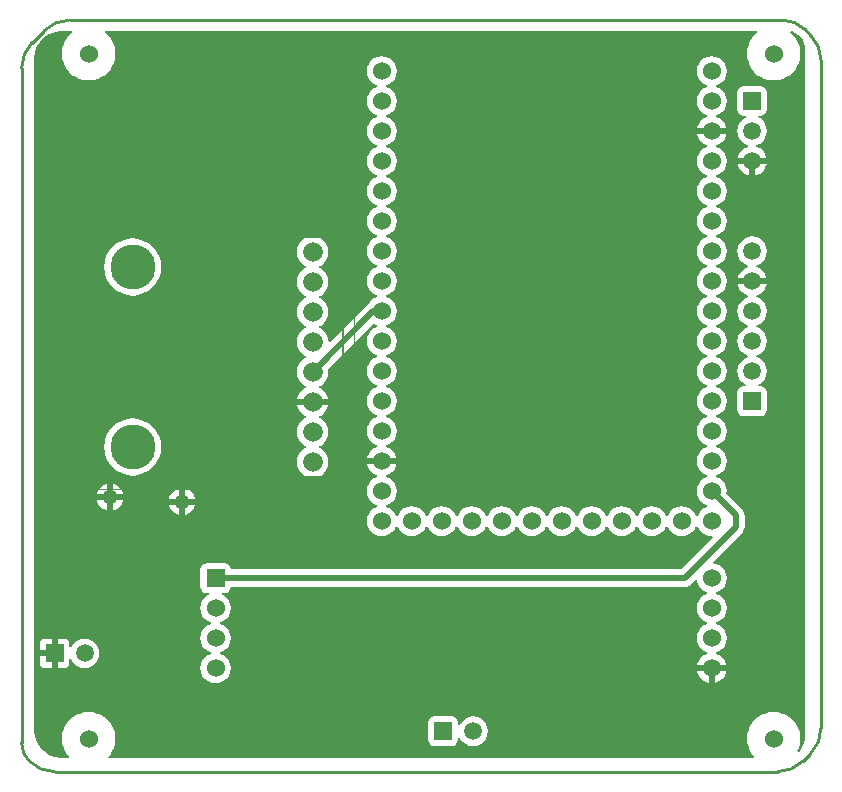
<source format=gbl>
G04 Layer_Physical_Order=2*
G04 Layer_Color=16711680*
%FSLAX25Y25*%
%MOIN*%
G70*
G01*
G75*
%ADD10C,0.01968*%
%ADD14C,0.01000*%
%ADD15C,0.00787*%
%ADD16C,0.00394*%
%ADD17C,0.06000*%
%ADD18R,0.05905X0.05905*%
%ADD19C,0.05905*%
%ADD20R,0.05905X0.05905*%
%ADD21C,0.15000*%
%ADD22C,0.06555*%
%ADD23R,0.06000X0.06000*%
%ADD24C,0.05000*%
G36*
X419909Y361500D02*
X419028Y360778D01*
X418903Y360625D01*
X418750Y360499D01*
X417889Y359450D01*
X417796Y359276D01*
X417670Y359123D01*
X417031Y357926D01*
X416973Y357737D01*
X416880Y357563D01*
X416486Y356264D01*
X416467Y356067D01*
X416409Y355878D01*
X416276Y354527D01*
X416296Y354331D01*
X416276Y354134D01*
X416409Y352783D01*
X416467Y352594D01*
X416486Y352397D01*
X416880Y351099D01*
X416973Y350924D01*
X417031Y350735D01*
X417670Y349538D01*
X417796Y349385D01*
X417889Y349211D01*
X418750Y348162D01*
X418903Y348037D01*
X419028Y347884D01*
X420077Y347023D01*
X420252Y346930D01*
X420404Y346804D01*
X421601Y346164D01*
X421791Y346107D01*
X421965Y346014D01*
X423264Y345620D01*
X423460Y345601D01*
X423650Y345543D01*
X425000Y345410D01*
X425099Y345420D01*
X425197Y345401D01*
X425294Y345420D01*
X425394Y345410D01*
X426744Y345543D01*
X426933Y345601D01*
X427130Y345620D01*
X428429Y346014D01*
X428603Y346107D01*
X428792Y346164D01*
X429989Y346804D01*
X430142Y346930D01*
X430316Y347023D01*
X431365Y347884D01*
X431491Y348037D01*
X431644Y348162D01*
X432505Y349211D01*
X432598Y349385D01*
X432723Y349538D01*
X433363Y350735D01*
X433420Y350924D01*
X433514Y351099D01*
X433908Y352397D01*
X433927Y352594D01*
X433984Y352783D01*
X434117Y354134D01*
X434098Y354331D01*
X434117Y354527D01*
X433984Y355878D01*
X433927Y356067D01*
X433908Y356264D01*
X433514Y357563D01*
X433420Y357737D01*
X433363Y357926D01*
X432723Y359123D01*
X432598Y359276D01*
X432505Y359450D01*
X431644Y360499D01*
X431491Y360625D01*
X431365Y360778D01*
X430627Y361384D01*
X430848Y361849D01*
X431250Y361769D01*
X432342Y361317D01*
X433325Y360661D01*
X434161Y359825D01*
X434817Y358842D01*
X435269Y357750D01*
X435500Y356591D01*
Y356000D01*
Y126500D01*
Y125811D01*
X435231Y124458D01*
X434703Y123184D01*
X433937Y122038D01*
X433519Y121619D01*
X433113Y121920D01*
X433363Y122389D01*
X433420Y122578D01*
X433514Y122752D01*
X433908Y124051D01*
X433927Y124248D01*
X433984Y124437D01*
X434117Y125787D01*
X434098Y125984D01*
X434117Y126181D01*
X433984Y127532D01*
X433927Y127721D01*
X433908Y127918D01*
X433514Y129216D01*
X433420Y129391D01*
X433363Y129580D01*
X432723Y130777D01*
X432598Y130929D01*
X432505Y131104D01*
X431644Y132153D01*
X431491Y132278D01*
X431365Y132431D01*
X430316Y133292D01*
X430142Y133385D01*
X429989Y133511D01*
X428792Y134150D01*
X428603Y134208D01*
X428429Y134301D01*
X427130Y134695D01*
X426933Y134714D01*
X426744Y134772D01*
X425394Y134905D01*
X425294Y134895D01*
X425197Y134914D01*
X425099Y134895D01*
X425000Y134905D01*
X423650Y134772D01*
X423460Y134714D01*
X423264Y134695D01*
X421965Y134301D01*
X421791Y134208D01*
X421601Y134150D01*
X420404Y133511D01*
X420252Y133385D01*
X420077Y133292D01*
X419028Y132431D01*
X418903Y132278D01*
X418750Y132153D01*
X417889Y131104D01*
X417796Y130929D01*
X417670Y130777D01*
X417031Y129580D01*
X416973Y129391D01*
X416880Y129216D01*
X416486Y127918D01*
X416467Y127721D01*
X416409Y127532D01*
X416276Y126181D01*
X416296Y125984D01*
X416276Y125787D01*
X416409Y124437D01*
X416467Y124248D01*
X416486Y124051D01*
X416880Y122752D01*
X416973Y122578D01*
X417031Y122389D01*
X417670Y121192D01*
X417796Y121039D01*
X417889Y120865D01*
X418599Y120000D01*
X418362Y119500D01*
X203685D01*
X203449Y120000D01*
X204158Y120865D01*
X204251Y121039D01*
X204377Y121192D01*
X205017Y122389D01*
X205074Y122578D01*
X205167Y122752D01*
X205561Y124051D01*
X205580Y124248D01*
X205638Y124437D01*
X205771Y125787D01*
X205751Y125984D01*
X205771Y126181D01*
X205638Y127532D01*
X205580Y127721D01*
X205561Y127918D01*
X205167Y129216D01*
X205074Y129391D01*
X205017Y129580D01*
X204377Y130777D01*
X204251Y130929D01*
X204158Y131104D01*
X203297Y132153D01*
X203144Y132278D01*
X203019Y132431D01*
X201970Y133292D01*
X201796Y133385D01*
X201643Y133511D01*
X200446Y134150D01*
X200257Y134208D01*
X200082Y134301D01*
X198784Y134695D01*
X198587Y134714D01*
X198398Y134772D01*
X197047Y134905D01*
X196948Y134895D01*
X196850Y134914D01*
X196753Y134895D01*
X196654Y134905D01*
X195303Y134772D01*
X195114Y134714D01*
X194917Y134695D01*
X193618Y134301D01*
X193444Y134208D01*
X193255Y134150D01*
X192058Y133511D01*
X191905Y133385D01*
X191731Y133292D01*
X190682Y132431D01*
X190556Y132278D01*
X190403Y132153D01*
X189543Y131104D01*
X189449Y130929D01*
X189324Y130777D01*
X188684Y129580D01*
X188627Y129391D01*
X188534Y129216D01*
X188140Y127918D01*
X188120Y127721D01*
X188063Y127532D01*
X187930Y126181D01*
X187949Y125984D01*
X187930Y125787D01*
X188063Y124437D01*
X188120Y124248D01*
X188140Y124051D01*
X188534Y122752D01*
X188627Y122578D01*
X188684Y122389D01*
X189324Y121192D01*
X189449Y121039D01*
X189543Y120865D01*
X190252Y120000D01*
X190016Y119500D01*
X187515D01*
X185583Y119884D01*
X183763Y120638D01*
X182125Y121732D01*
X180733Y123125D01*
X179638Y124763D01*
X178884Y126583D01*
X178500Y128515D01*
Y129500D01*
Y352000D01*
Y352985D01*
X178884Y354917D01*
X179638Y356737D01*
X180733Y358375D01*
X182125Y359768D01*
X183763Y360862D01*
X185583Y361616D01*
X187515Y362000D01*
X191383D01*
X191562Y361500D01*
X190682Y360778D01*
X190556Y360625D01*
X190403Y360499D01*
X189543Y359450D01*
X189449Y359276D01*
X189324Y359123D01*
X188684Y357926D01*
X188627Y357737D01*
X188534Y357563D01*
X188140Y356264D01*
X188120Y356067D01*
X188063Y355878D01*
X187930Y354527D01*
X187949Y354331D01*
X187930Y354134D01*
X188063Y352783D01*
X188120Y352594D01*
X188140Y352397D01*
X188534Y351099D01*
X188627Y350924D01*
X188684Y350735D01*
X189324Y349538D01*
X189449Y349385D01*
X189543Y349211D01*
X190403Y348162D01*
X190556Y348037D01*
X190682Y347884D01*
X191731Y347023D01*
X191905Y346930D01*
X192058Y346804D01*
X193255Y346164D01*
X193444Y346107D01*
X193618Y346014D01*
X194917Y345620D01*
X195114Y345601D01*
X195303Y345543D01*
X196654Y345410D01*
X196753Y345420D01*
X196850Y345401D01*
X196948Y345420D01*
X197047Y345410D01*
X198398Y345543D01*
X198587Y345601D01*
X198784Y345620D01*
X200082Y346014D01*
X200257Y346107D01*
X200446Y346164D01*
X201643Y346804D01*
X201796Y346930D01*
X201970Y347023D01*
X203019Y347884D01*
X203144Y348037D01*
X203297Y348162D01*
X204158Y349211D01*
X204251Y349385D01*
X204377Y349538D01*
X205017Y350735D01*
X205074Y350924D01*
X205167Y351099D01*
X205561Y352397D01*
X205580Y352594D01*
X205638Y352783D01*
X205771Y354134D01*
X205751Y354331D01*
X205771Y354527D01*
X205638Y355878D01*
X205580Y356067D01*
X205561Y356264D01*
X205167Y357563D01*
X205074Y357737D01*
X205017Y357926D01*
X204377Y359123D01*
X204251Y359276D01*
X204158Y359450D01*
X203297Y360499D01*
X203144Y360625D01*
X203019Y360778D01*
X202139Y361500D01*
X202318Y362000D01*
X419730D01*
X419909Y361500D01*
D02*
G37*
%LPC*%
G36*
X232378Y204016D02*
X228984D01*
Y200623D01*
X229167Y200646D01*
X230254Y201097D01*
X231187Y201813D01*
X231903Y202747D01*
X232353Y203834D01*
X232378Y204016D01*
D02*
G37*
G36*
X227016D02*
X223622D01*
X223646Y203834D01*
X224097Y202747D01*
X224813Y201813D01*
X225746Y201097D01*
X226834Y200646D01*
X227016Y200623D01*
Y204016D01*
D02*
G37*
G36*
X409382Y327516D02*
X399618D01*
X399659Y327203D01*
X400160Y325994D01*
X400956Y324956D01*
X401994Y324160D01*
X402935Y323771D01*
Y323229D01*
X401994Y322840D01*
X400956Y322044D01*
X400160Y321006D01*
X399659Y319797D01*
X399489Y318500D01*
X399659Y317203D01*
X400160Y315994D01*
X400956Y314956D01*
X401994Y314160D01*
X402935Y313771D01*
Y313229D01*
X401994Y312840D01*
X400956Y312044D01*
X400160Y311006D01*
X399659Y309797D01*
X399489Y308500D01*
X399659Y307203D01*
X400160Y305994D01*
X400956Y304956D01*
X401994Y304160D01*
X402935Y303771D01*
Y303229D01*
X401994Y302840D01*
X400956Y302044D01*
X400160Y301006D01*
X399659Y299797D01*
X399489Y298500D01*
X399659Y297203D01*
X400160Y295994D01*
X400956Y294956D01*
X401994Y294160D01*
X402935Y293771D01*
Y293229D01*
X401994Y292840D01*
X400956Y292044D01*
X400160Y291006D01*
X399659Y289797D01*
X399489Y288500D01*
X399659Y287203D01*
X400160Y285994D01*
X400956Y284956D01*
X401994Y284160D01*
X402935Y283771D01*
Y283229D01*
X401994Y282840D01*
X400956Y282044D01*
X400160Y281006D01*
X399659Y279797D01*
X399489Y278500D01*
X399659Y277203D01*
X400160Y275994D01*
X400956Y274956D01*
X401994Y274160D01*
X402935Y273771D01*
Y273229D01*
X401994Y272840D01*
X400956Y272044D01*
X400160Y271006D01*
X399659Y269797D01*
X399489Y268500D01*
X399659Y267203D01*
X400160Y265994D01*
X400956Y264956D01*
X401994Y264160D01*
X402935Y263771D01*
Y263229D01*
X401994Y262840D01*
X400956Y262044D01*
X400160Y261006D01*
X399659Y259797D01*
X399489Y258500D01*
X399659Y257203D01*
X400160Y255994D01*
X400956Y254956D01*
X401994Y254160D01*
X402935Y253771D01*
Y253229D01*
X401994Y252840D01*
X400956Y252044D01*
X400160Y251006D01*
X399659Y249797D01*
X399489Y248500D01*
X399659Y247203D01*
X400160Y245994D01*
X400956Y244956D01*
X401994Y244160D01*
X402935Y243771D01*
Y243229D01*
X401994Y242840D01*
X400956Y242044D01*
X400160Y241006D01*
X399659Y239797D01*
X399489Y238500D01*
X399659Y237203D01*
X400160Y235994D01*
X400956Y234956D01*
X401994Y234160D01*
X402935Y233771D01*
Y233229D01*
X401994Y232840D01*
X400956Y232044D01*
X400160Y231006D01*
X399659Y229797D01*
X399489Y228500D01*
X399659Y227203D01*
X400160Y225994D01*
X400956Y224956D01*
X401994Y224160D01*
X402935Y223771D01*
Y223229D01*
X401994Y222840D01*
X400956Y222044D01*
X400160Y221006D01*
X399659Y219797D01*
X399489Y218500D01*
X399659Y217203D01*
X400160Y215994D01*
X400956Y214956D01*
X401994Y214160D01*
X402935Y213771D01*
Y213229D01*
X401994Y212840D01*
X400956Y212044D01*
X400160Y211006D01*
X399659Y209797D01*
X399489Y208500D01*
X399659Y207203D01*
X400160Y205994D01*
X400956Y204956D01*
X401994Y204160D01*
X402935Y203771D01*
Y203229D01*
X401994Y202840D01*
X400956Y202044D01*
X400160Y201006D01*
X399771Y200065D01*
X399229D01*
X398840Y201006D01*
X398044Y202044D01*
X397006Y202840D01*
X395797Y203341D01*
X394500Y203511D01*
X393203Y203341D01*
X391994Y202840D01*
X390956Y202044D01*
X390160Y201006D01*
X389771Y200065D01*
X389229D01*
X388840Y201006D01*
X388044Y202044D01*
X387006Y202840D01*
X385797Y203341D01*
X384500Y203511D01*
X383203Y203341D01*
X381994Y202840D01*
X380956Y202044D01*
X380160Y201006D01*
X379771Y200065D01*
X379229D01*
X378840Y201006D01*
X378044Y202044D01*
X377006Y202840D01*
X375797Y203341D01*
X374500Y203511D01*
X373203Y203341D01*
X371994Y202840D01*
X370956Y202044D01*
X370160Y201006D01*
X369771Y200065D01*
X369229D01*
X368840Y201006D01*
X368044Y202044D01*
X367006Y202840D01*
X365797Y203341D01*
X364500Y203511D01*
X363203Y203341D01*
X361994Y202840D01*
X360956Y202044D01*
X360160Y201006D01*
X359771Y200065D01*
X359229D01*
X358840Y201006D01*
X358044Y202044D01*
X357006Y202840D01*
X355797Y203341D01*
X354500Y203511D01*
X353203Y203341D01*
X351994Y202840D01*
X350956Y202044D01*
X350160Y201006D01*
X349771Y200065D01*
X349229D01*
X348840Y201006D01*
X348044Y202044D01*
X347006Y202840D01*
X345797Y203341D01*
X344500Y203511D01*
X343203Y203341D01*
X341994Y202840D01*
X340956Y202044D01*
X340160Y201006D01*
X339771Y200065D01*
X339229D01*
X338840Y201006D01*
X338044Y202044D01*
X337006Y202840D01*
X335797Y203341D01*
X334500Y203511D01*
X333203Y203341D01*
X331994Y202840D01*
X330956Y202044D01*
X330160Y201006D01*
X329771Y200065D01*
X329229D01*
X328840Y201006D01*
X328044Y202044D01*
X327006Y202840D01*
X325797Y203341D01*
X324500Y203511D01*
X323203Y203341D01*
X321994Y202840D01*
X320956Y202044D01*
X320160Y201006D01*
X319771Y200065D01*
X319229D01*
X318840Y201006D01*
X318044Y202044D01*
X317006Y202840D01*
X315797Y203341D01*
X314500Y203511D01*
X313203Y203341D01*
X311994Y202840D01*
X310956Y202044D01*
X310160Y201006D01*
X309771Y200065D01*
X309229D01*
X308840Y201006D01*
X308044Y202044D01*
X307006Y202840D01*
X305797Y203341D01*
X304500Y203511D01*
X303203Y203341D01*
X301994Y202840D01*
X300956Y202044D01*
X300160Y201006D01*
X299771Y200065D01*
X299229D01*
X298840Y201006D01*
X298044Y202044D01*
X297006Y202840D01*
X296065Y203229D01*
Y203771D01*
X297006Y204160D01*
X298044Y204956D01*
X298840Y205994D01*
X299341Y207203D01*
X299511Y208500D01*
X299341Y209797D01*
X298840Y211006D01*
X298044Y212044D01*
X297006Y212840D01*
X296065Y213229D01*
Y213771D01*
X297006Y214160D01*
X298044Y214956D01*
X298840Y215994D01*
X299341Y217203D01*
X299382Y217516D01*
X289618D01*
X289659Y217203D01*
X290160Y215994D01*
X290956Y214956D01*
X291994Y214160D01*
X292934Y213771D01*
Y213229D01*
X291994Y212840D01*
X290956Y212044D01*
X290160Y211006D01*
X289659Y209797D01*
X289489Y208500D01*
X289659Y207203D01*
X290160Y205994D01*
X290956Y204956D01*
X291994Y204160D01*
X292934Y203771D01*
Y203229D01*
X291994Y202840D01*
X290956Y202044D01*
X290160Y201006D01*
X289659Y199797D01*
X289489Y198500D01*
X289659Y197203D01*
X290160Y195994D01*
X290956Y194956D01*
X291994Y194160D01*
X293203Y193659D01*
X294500Y193489D01*
X295797Y193659D01*
X297006Y194160D01*
X298044Y194956D01*
X298840Y195994D01*
X299229Y196934D01*
X299771D01*
X300160Y195994D01*
X300956Y194956D01*
X301994Y194160D01*
X303203Y193659D01*
X304500Y193489D01*
X305797Y193659D01*
X307006Y194160D01*
X308044Y194956D01*
X308840Y195994D01*
X309229Y196934D01*
X309771D01*
X310160Y195994D01*
X310956Y194956D01*
X311994Y194160D01*
X313203Y193659D01*
X314500Y193489D01*
X315797Y193659D01*
X317006Y194160D01*
X318044Y194956D01*
X318840Y195994D01*
X319229Y196934D01*
X319771D01*
X320160Y195994D01*
X320956Y194956D01*
X321994Y194160D01*
X323203Y193659D01*
X324500Y193489D01*
X325797Y193659D01*
X327006Y194160D01*
X328044Y194956D01*
X328840Y195994D01*
X329229Y196934D01*
X329771D01*
X330160Y195994D01*
X330956Y194956D01*
X331994Y194160D01*
X333203Y193659D01*
X334500Y193489D01*
X335797Y193659D01*
X337006Y194160D01*
X338044Y194956D01*
X338840Y195994D01*
X339229Y196934D01*
X339771D01*
X340160Y195994D01*
X340956Y194956D01*
X341994Y194160D01*
X343203Y193659D01*
X344500Y193489D01*
X345797Y193659D01*
X347006Y194160D01*
X348044Y194956D01*
X348840Y195994D01*
X349229Y196934D01*
X349771D01*
X350160Y195994D01*
X350956Y194956D01*
X351994Y194160D01*
X353203Y193659D01*
X354500Y193489D01*
X355797Y193659D01*
X357006Y194160D01*
X358044Y194956D01*
X358840Y195994D01*
X359229Y196934D01*
X359771D01*
X360160Y195994D01*
X360956Y194956D01*
X361994Y194160D01*
X363203Y193659D01*
X364500Y193489D01*
X365797Y193659D01*
X367006Y194160D01*
X368044Y194956D01*
X368840Y195994D01*
X369229Y196934D01*
X369771D01*
X370160Y195994D01*
X370956Y194956D01*
X371994Y194160D01*
X373203Y193659D01*
X374500Y193489D01*
X375797Y193659D01*
X377006Y194160D01*
X378044Y194956D01*
X378840Y195994D01*
X379229Y196934D01*
X379771D01*
X380160Y195994D01*
X380956Y194956D01*
X381994Y194160D01*
X383203Y193659D01*
X384500Y193489D01*
X385797Y193659D01*
X387006Y194160D01*
X388044Y194956D01*
X388840Y195994D01*
X389229Y196934D01*
X389771D01*
X390160Y195994D01*
X390956Y194956D01*
X391994Y194160D01*
X393203Y193659D01*
X394500Y193489D01*
X395797Y193659D01*
X397006Y194160D01*
X398044Y194956D01*
X398840Y195994D01*
X399229Y196934D01*
X399771D01*
X400160Y195994D01*
X400956Y194956D01*
X401994Y194160D01*
X403203Y193659D01*
X404500Y193489D01*
X404623Y193505D01*
X404845Y193056D01*
X394266Y182478D01*
X244153D01*
Y182500D01*
X244000Y183268D01*
X243565Y183919D01*
X242914Y184354D01*
X242146Y184507D01*
X236146D01*
X235378Y184354D01*
X234727Y183919D01*
X234291Y183268D01*
X234139Y182500D01*
Y176500D01*
X234291Y175732D01*
X234727Y175081D01*
X235378Y174646D01*
X236146Y174493D01*
X236910D01*
X237009Y173993D01*
X236640Y173840D01*
X235602Y173044D01*
X234806Y172006D01*
X234305Y170797D01*
X234134Y169500D01*
X234305Y168203D01*
X234806Y166994D01*
X235602Y165956D01*
X236640Y165160D01*
X237580Y164771D01*
Y164229D01*
X236640Y163840D01*
X235602Y163044D01*
X234806Y162006D01*
X234305Y160797D01*
X234134Y159500D01*
X234305Y158203D01*
X234806Y156994D01*
X235602Y155956D01*
X236640Y155160D01*
X237580Y154771D01*
Y154229D01*
X236640Y153840D01*
X235602Y153044D01*
X234806Y152006D01*
X234305Y150797D01*
X234134Y149500D01*
X234305Y148203D01*
X234806Y146994D01*
X235602Y145956D01*
X236640Y145160D01*
X237849Y144659D01*
X239146Y144489D01*
X240443Y144659D01*
X241651Y145160D01*
X242689Y145956D01*
X243486Y146994D01*
X243986Y148203D01*
X244157Y149500D01*
X243986Y150797D01*
X243486Y152006D01*
X242689Y153044D01*
X241651Y153840D01*
X240711Y154229D01*
Y154771D01*
X241651Y155160D01*
X242689Y155956D01*
X243486Y156994D01*
X243986Y158203D01*
X244157Y159500D01*
X243986Y160797D01*
X243486Y162006D01*
X242689Y163044D01*
X241651Y163840D01*
X240711Y164229D01*
Y164771D01*
X241651Y165160D01*
X242689Y165956D01*
X243486Y166994D01*
X243986Y168203D01*
X244157Y169500D01*
X243986Y170797D01*
X243486Y172006D01*
X242689Y173044D01*
X241651Y173840D01*
X241282Y173993D01*
X241382Y174493D01*
X242146D01*
X242914Y174646D01*
X243565Y175081D01*
X244000Y175732D01*
X244153Y176500D01*
Y176522D01*
X395500D01*
X396271Y176623D01*
X396989Y176921D01*
X397606Y177394D01*
X399115Y178903D01*
X399588Y178742D01*
X399659Y178203D01*
X400160Y176994D01*
X400956Y175956D01*
X401994Y175160D01*
X402935Y174771D01*
Y174229D01*
X401994Y173840D01*
X400956Y173044D01*
X400160Y172006D01*
X399659Y170797D01*
X399489Y169500D01*
X399659Y168203D01*
X400160Y166994D01*
X400956Y165956D01*
X401994Y165160D01*
X402935Y164771D01*
Y164229D01*
X401994Y163840D01*
X400956Y163044D01*
X400160Y162006D01*
X399659Y160797D01*
X399489Y159500D01*
X399659Y158203D01*
X400160Y156994D01*
X400956Y155956D01*
X401994Y155160D01*
X402935Y154771D01*
Y154229D01*
X401994Y153840D01*
X400956Y153044D01*
X400160Y152006D01*
X399659Y150797D01*
X399618Y150484D01*
X409382D01*
X409341Y150797D01*
X408840Y152006D01*
X408044Y153044D01*
X407006Y153840D01*
X406066Y154229D01*
Y154771D01*
X407006Y155160D01*
X408044Y155956D01*
X408840Y156994D01*
X409341Y158203D01*
X409511Y159500D01*
X409341Y160797D01*
X408840Y162006D01*
X408044Y163044D01*
X407006Y163840D01*
X406066Y164229D01*
Y164771D01*
X407006Y165160D01*
X408044Y165956D01*
X408840Y166994D01*
X409341Y168203D01*
X409511Y169500D01*
X409341Y170797D01*
X408840Y172006D01*
X408044Y173044D01*
X407006Y173840D01*
X406066Y174229D01*
Y174771D01*
X407006Y175160D01*
X408044Y175956D01*
X408840Y176994D01*
X409341Y178203D01*
X409511Y179500D01*
X409341Y180797D01*
X408840Y182006D01*
X408044Y183044D01*
X407006Y183840D01*
X405797Y184341D01*
X405258Y184412D01*
X405097Y184885D01*
X414606Y194394D01*
X415079Y195011D01*
X415377Y195729D01*
X415478Y196500D01*
Y200500D01*
X415478Y200500D01*
X415427Y200885D01*
X415377Y201271D01*
X415079Y201989D01*
X414606Y202606D01*
X409418Y207793D01*
X409511Y208500D01*
X409341Y209797D01*
X408840Y211006D01*
X408044Y212044D01*
X407006Y212840D01*
X406066Y213229D01*
Y213771D01*
X407006Y214160D01*
X408044Y214956D01*
X408840Y215994D01*
X409341Y217203D01*
X409511Y218500D01*
X409341Y219797D01*
X408840Y221006D01*
X408044Y222044D01*
X407006Y222840D01*
X406066Y223229D01*
Y223771D01*
X407006Y224160D01*
X408044Y224956D01*
X408840Y225994D01*
X409341Y227203D01*
X409511Y228500D01*
X409341Y229797D01*
X408840Y231006D01*
X408044Y232044D01*
X407006Y232840D01*
X406066Y233229D01*
Y233771D01*
X407006Y234160D01*
X408044Y234956D01*
X408840Y235994D01*
X409341Y237203D01*
X409511Y238500D01*
X409341Y239797D01*
X408840Y241006D01*
X408044Y242044D01*
X407006Y242840D01*
X406066Y243229D01*
Y243771D01*
X407006Y244160D01*
X408044Y244956D01*
X408840Y245994D01*
X409341Y247203D01*
X409511Y248500D01*
X409341Y249797D01*
X408840Y251006D01*
X408044Y252044D01*
X407006Y252840D01*
X406066Y253229D01*
Y253771D01*
X407006Y254160D01*
X408044Y254956D01*
X408840Y255994D01*
X409341Y257203D01*
X409511Y258500D01*
X409341Y259797D01*
X408840Y261006D01*
X408044Y262044D01*
X407006Y262840D01*
X406066Y263229D01*
Y263771D01*
X407006Y264160D01*
X408044Y264956D01*
X408840Y265994D01*
X409341Y267203D01*
X409511Y268500D01*
X409341Y269797D01*
X408840Y271006D01*
X408044Y272044D01*
X407006Y272840D01*
X406066Y273229D01*
Y273771D01*
X407006Y274160D01*
X408044Y274956D01*
X408840Y275994D01*
X409341Y277203D01*
X409511Y278500D01*
X409341Y279797D01*
X408840Y281006D01*
X408044Y282044D01*
X407006Y282840D01*
X406066Y283229D01*
Y283771D01*
X407006Y284160D01*
X408044Y284956D01*
X408840Y285994D01*
X409341Y287203D01*
X409511Y288500D01*
X409341Y289797D01*
X408840Y291006D01*
X408044Y292044D01*
X407006Y292840D01*
X406066Y293229D01*
Y293771D01*
X407006Y294160D01*
X408044Y294956D01*
X408840Y295994D01*
X409341Y297203D01*
X409511Y298500D01*
X409341Y299797D01*
X408840Y301006D01*
X408044Y302044D01*
X407006Y302840D01*
X406066Y303229D01*
Y303771D01*
X407006Y304160D01*
X408044Y304956D01*
X408840Y305994D01*
X409341Y307203D01*
X409511Y308500D01*
X409341Y309797D01*
X408840Y311006D01*
X408044Y312044D01*
X407006Y312840D01*
X406066Y313229D01*
Y313771D01*
X407006Y314160D01*
X408044Y314956D01*
X408840Y315994D01*
X409341Y317203D01*
X409511Y318500D01*
X409341Y319797D01*
X408840Y321006D01*
X408044Y322044D01*
X407006Y322840D01*
X406066Y323229D01*
Y323771D01*
X407006Y324160D01*
X408044Y324956D01*
X408840Y325994D01*
X409341Y327203D01*
X409382Y327516D01*
D02*
G37*
G36*
X227016Y209378D02*
X226834Y209353D01*
X225746Y208903D01*
X224813Y208187D01*
X224097Y207254D01*
X223646Y206167D01*
X223622Y205984D01*
X227016D01*
Y209378D01*
D02*
G37*
G36*
X208378Y205516D02*
X204984D01*
Y202122D01*
X205167Y202147D01*
X206254Y202597D01*
X207187Y203313D01*
X207903Y204246D01*
X208353Y205333D01*
X208378Y205516D01*
D02*
G37*
G36*
X203016D02*
X199622D01*
X199646Y205333D01*
X200097Y204246D01*
X200813Y203313D01*
X201747Y202597D01*
X202834Y202147D01*
X203016Y202122D01*
Y205516D01*
D02*
G37*
G36*
X409382Y148516D02*
X405484D01*
Y144618D01*
X405797Y144659D01*
X407006Y145160D01*
X408044Y145956D01*
X408840Y146994D01*
X409341Y148203D01*
X409382Y148516D01*
D02*
G37*
G36*
X403516D02*
X399618D01*
X399659Y148203D01*
X400160Y146994D01*
X400956Y145956D01*
X401994Y145160D01*
X403203Y144659D01*
X403516Y144618D01*
Y148516D01*
D02*
G37*
G36*
X325000Y133464D02*
X323715Y133295D01*
X322518Y132799D01*
X321490Y132010D01*
X320701Y130982D01*
X320460Y130399D01*
X319960Y130498D01*
Y131453D01*
X319807Y132221D01*
X319372Y132872D01*
X318721Y133307D01*
X317953Y133460D01*
X312047D01*
X311279Y133307D01*
X310628Y132872D01*
X310193Y132221D01*
X310040Y131453D01*
Y125547D01*
X310193Y124779D01*
X310628Y124128D01*
X311279Y123693D01*
X312047Y123540D01*
X317953D01*
X318721Y123693D01*
X319372Y124128D01*
X319807Y124779D01*
X319960Y125547D01*
Y126502D01*
X320460Y126601D01*
X320701Y126018D01*
X321490Y124990D01*
X322518Y124201D01*
X323715Y123705D01*
X325000Y123536D01*
X326285Y123705D01*
X327482Y124201D01*
X328510Y124990D01*
X329299Y126018D01*
X329795Y127215D01*
X329964Y128500D01*
X329795Y129785D01*
X329299Y130982D01*
X328510Y132010D01*
X327482Y132799D01*
X326285Y133295D01*
X325000Y133464D01*
D02*
G37*
G36*
X195500Y159373D02*
X194215Y159204D01*
X193018Y158708D01*
X191990Y157919D01*
X191201Y156891D01*
X190960Y156308D01*
X190460Y156408D01*
Y157362D01*
X190307Y158130D01*
X189872Y158781D01*
X189221Y159216D01*
X188453Y159369D01*
X186484D01*
Y154409D01*
Y149450D01*
X188453D01*
X189221Y149602D01*
X189872Y150038D01*
X190307Y150689D01*
X190460Y151457D01*
Y152411D01*
X190960Y152510D01*
X191201Y151928D01*
X191990Y150900D01*
X193018Y150111D01*
X194215Y149615D01*
X195500Y149446D01*
X196785Y149615D01*
X197982Y150111D01*
X199010Y150900D01*
X199799Y151928D01*
X200295Y153125D01*
X200464Y154409D01*
X200295Y155694D01*
X199799Y156891D01*
X199010Y157919D01*
X197982Y158708D01*
X196785Y159204D01*
X195500Y159373D01*
D02*
G37*
G36*
X184516Y159369D02*
X182547D01*
X181779Y159216D01*
X181128Y158781D01*
X180693Y158130D01*
X180540Y157362D01*
Y155394D01*
X184516D01*
Y159369D01*
D02*
G37*
G36*
Y153425D02*
X180540D01*
Y151457D01*
X180693Y150689D01*
X181128Y150038D01*
X181779Y149602D01*
X182547Y149450D01*
X184516D01*
Y153425D01*
D02*
G37*
G36*
X228984Y209378D02*
Y205984D01*
X232378D01*
X232353Y206167D01*
X231903Y207254D01*
X231187Y208187D01*
X230254Y208903D01*
X229167Y209353D01*
X228984Y209378D01*
D02*
G37*
G36*
X417016Y317563D02*
X413166D01*
X413205Y317263D01*
X413701Y316065D01*
X414490Y315037D01*
X415518Y314248D01*
X416715Y313753D01*
X417016Y313713D01*
Y317563D01*
D02*
G37*
G36*
X418000Y293417D02*
X416715Y293247D01*
X415518Y292752D01*
X414490Y291963D01*
X413701Y290935D01*
X413205Y289738D01*
X413036Y288453D01*
X413205Y287168D01*
X413701Y285971D01*
X414490Y284943D01*
X415518Y284154D01*
X416592Y283709D01*
X416592Y283709D01*
Y283197D01*
X416592Y283196D01*
X415518Y282751D01*
X414490Y281963D01*
X413701Y280935D01*
X413205Y279737D01*
X413166Y279437D01*
X418000D01*
X422834D01*
X422795Y279737D01*
X422299Y280935D01*
X421510Y281963D01*
X420482Y282751D01*
X419408Y283196D01*
X419408Y283197D01*
Y283709D01*
X419408Y283709D01*
X420482Y284154D01*
X421510Y284943D01*
X422299Y285971D01*
X422795Y287168D01*
X422964Y288453D01*
X422795Y289738D01*
X422299Y290935D01*
X421510Y291963D01*
X420482Y292752D01*
X419285Y293247D01*
X418000Y293417D01*
D02*
G37*
G36*
X211500Y292737D02*
X209644Y292554D01*
X207859Y292013D01*
X206214Y291133D01*
X204772Y289950D01*
X203589Y288508D01*
X202710Y286863D01*
X202168Y285079D01*
X201986Y283222D01*
X202168Y281366D01*
X202710Y279581D01*
X203589Y277937D01*
X204772Y276495D01*
X206214Y275312D01*
X207859Y274432D01*
X209644Y273891D01*
X211500Y273708D01*
X213356Y273891D01*
X215141Y274432D01*
X216786Y275312D01*
X218228Y276495D01*
X219411Y277937D01*
X220290Y279581D01*
X220831Y281366D01*
X221014Y283222D01*
X220831Y285079D01*
X220290Y286863D01*
X219411Y288508D01*
X218228Y289950D01*
X216786Y291133D01*
X215141Y292013D01*
X213356Y292554D01*
X211500Y292737D01*
D02*
G37*
G36*
X404500Y353511D02*
X403203Y353341D01*
X401994Y352840D01*
X400956Y352044D01*
X400160Y351006D01*
X399659Y349797D01*
X399489Y348500D01*
X399659Y347203D01*
X400160Y345994D01*
X400956Y344956D01*
X401994Y344160D01*
X402935Y343771D01*
Y343229D01*
X401994Y342840D01*
X400956Y342044D01*
X400160Y341006D01*
X399659Y339797D01*
X399489Y338500D01*
X399659Y337203D01*
X400160Y335994D01*
X400956Y334956D01*
X401994Y334160D01*
X402935Y333771D01*
Y333229D01*
X401994Y332840D01*
X400956Y332044D01*
X400160Y331006D01*
X399659Y329797D01*
X399618Y329484D01*
X409382D01*
X409341Y329797D01*
X408840Y331006D01*
X408044Y332044D01*
X407006Y332840D01*
X406066Y333229D01*
Y333771D01*
X407006Y334160D01*
X408044Y334956D01*
X408840Y335994D01*
X409341Y337203D01*
X409511Y338500D01*
X409341Y339797D01*
X408840Y341006D01*
X408044Y342044D01*
X407006Y342840D01*
X406066Y343229D01*
Y343771D01*
X407006Y344160D01*
X408044Y344956D01*
X408840Y345994D01*
X409341Y347203D01*
X409511Y348500D01*
X409341Y349797D01*
X408840Y351006D01*
X408044Y352044D01*
X407006Y352840D01*
X405797Y353341D01*
X404500Y353511D01*
D02*
G37*
G36*
X420953Y343507D02*
X415047D01*
X414279Y343354D01*
X413628Y342919D01*
X413193Y342268D01*
X413040Y341500D01*
Y335595D01*
X413193Y334826D01*
X413628Y334175D01*
X414279Y333740D01*
X415047Y333587D01*
X416002D01*
X416101Y333087D01*
X415518Y332846D01*
X414490Y332057D01*
X413701Y331029D01*
X413205Y329832D01*
X413036Y328547D01*
X413205Y327262D01*
X413701Y326065D01*
X414490Y325037D01*
X415518Y324249D01*
X416592Y323804D01*
X416592Y323803D01*
Y323291D01*
X416592Y323291D01*
X415518Y322846D01*
X414490Y322057D01*
X413701Y321029D01*
X413205Y319832D01*
X413166Y319531D01*
X418000D01*
X422834D01*
X422795Y319832D01*
X422299Y321029D01*
X421510Y322057D01*
X420482Y322846D01*
X419408Y323291D01*
X419408Y323291D01*
Y323803D01*
X419408Y323804D01*
X420482Y324249D01*
X421510Y325037D01*
X422299Y326065D01*
X422795Y327262D01*
X422964Y328547D01*
X422795Y329832D01*
X422299Y331029D01*
X421510Y332057D01*
X420482Y332846D01*
X419899Y333087D01*
X419998Y333587D01*
X420953D01*
X421721Y333740D01*
X422372Y334175D01*
X422807Y334826D01*
X422960Y335595D01*
Y341500D01*
X422807Y342268D01*
X422372Y342919D01*
X421721Y343354D01*
X420953Y343507D01*
D02*
G37*
G36*
X422834Y317563D02*
X418984D01*
Y313713D01*
X419285Y313753D01*
X420482Y314248D01*
X421510Y315037D01*
X422299Y316065D01*
X422795Y317263D01*
X422834Y317563D01*
D02*
G37*
G36*
X276662Y237238D02*
X271500D01*
X266338D01*
X266389Y236853D01*
X266918Y235577D01*
X267758Y234481D01*
X268854Y233640D01*
X269259Y233472D01*
Y232972D01*
X268854Y232805D01*
X267758Y231964D01*
X266918Y230868D01*
X266389Y229592D01*
X266209Y228222D01*
X266389Y226853D01*
X266918Y225577D01*
X267758Y224481D01*
X268854Y223640D01*
X269259Y223472D01*
Y222972D01*
X268854Y222805D01*
X267758Y221964D01*
X266918Y220868D01*
X266389Y219592D01*
X266209Y218222D01*
X266389Y216853D01*
X266918Y215577D01*
X267758Y214481D01*
X268854Y213640D01*
X270130Y213111D01*
X271500Y212931D01*
X272869Y213111D01*
X274146Y213640D01*
X275241Y214481D01*
X276082Y215577D01*
X276611Y216853D01*
X276791Y218222D01*
X276611Y219592D01*
X276082Y220868D01*
X275241Y221964D01*
X274146Y222805D01*
X273741Y222972D01*
Y223472D01*
X274146Y223640D01*
X275241Y224481D01*
X276082Y225577D01*
X276611Y226853D01*
X276791Y228222D01*
X276611Y229592D01*
X276082Y230868D01*
X275241Y231964D01*
X274146Y232805D01*
X273741Y232972D01*
Y233472D01*
X274146Y233640D01*
X275241Y234481D01*
X276082Y235577D01*
X276611Y236853D01*
X276662Y237238D01*
D02*
G37*
G36*
X204984Y210877D02*
Y207484D01*
X208378D01*
X208353Y207666D01*
X207903Y208753D01*
X207187Y209687D01*
X206254Y210403D01*
X205167Y210854D01*
X204984Y210877D01*
D02*
G37*
G36*
X203016D02*
X202834Y210854D01*
X201747Y210403D01*
X200813Y209687D01*
X200097Y208753D01*
X199646Y207666D01*
X199622Y207484D01*
X203016D01*
Y210877D01*
D02*
G37*
G36*
X294500Y353511D02*
X293203Y353341D01*
X291994Y352840D01*
X290956Y352044D01*
X290160Y351006D01*
X289659Y349797D01*
X289489Y348500D01*
X289659Y347203D01*
X290160Y345994D01*
X290956Y344956D01*
X291994Y344160D01*
X292934Y343771D01*
Y343229D01*
X291994Y342840D01*
X290956Y342044D01*
X290160Y341006D01*
X289659Y339797D01*
X289489Y338500D01*
X289659Y337203D01*
X290160Y335994D01*
X290956Y334956D01*
X291994Y334160D01*
X292934Y333771D01*
Y333229D01*
X291994Y332840D01*
X290956Y332044D01*
X290160Y331006D01*
X289659Y329797D01*
X289489Y328500D01*
X289659Y327203D01*
X290160Y325994D01*
X290956Y324956D01*
X291994Y324160D01*
X292934Y323771D01*
Y323229D01*
X291994Y322840D01*
X290956Y322044D01*
X290160Y321006D01*
X289659Y319797D01*
X289489Y318500D01*
X289659Y317203D01*
X290160Y315994D01*
X290956Y314956D01*
X291994Y314160D01*
X292934Y313771D01*
Y313229D01*
X291994Y312840D01*
X290956Y312044D01*
X290160Y311006D01*
X289659Y309797D01*
X289489Y308500D01*
X289659Y307203D01*
X290160Y305994D01*
X290956Y304956D01*
X291994Y304160D01*
X292934Y303771D01*
Y303229D01*
X291994Y302840D01*
X290956Y302044D01*
X290160Y301006D01*
X289659Y299797D01*
X289489Y298500D01*
X289659Y297203D01*
X290160Y295994D01*
X290956Y294956D01*
X291994Y294160D01*
X292934Y293771D01*
Y293229D01*
X291994Y292840D01*
X290956Y292044D01*
X290160Y291006D01*
X289659Y289797D01*
X289489Y288500D01*
X289659Y287203D01*
X290160Y285994D01*
X290956Y284956D01*
X291994Y284160D01*
X292934Y283771D01*
Y283229D01*
X291994Y282840D01*
X290956Y282044D01*
X290160Y281006D01*
X289659Y279797D01*
X289489Y278500D01*
X289659Y277203D01*
X290160Y275994D01*
X290956Y274956D01*
X291994Y274160D01*
X292934Y273771D01*
Y273229D01*
X291994Y272840D01*
X290956Y272044D01*
X290160Y271006D01*
X290145Y270969D01*
X289672Y270606D01*
X277263Y258197D01*
X276767Y258408D01*
X276611Y259592D01*
X276082Y260868D01*
X275241Y261964D01*
X274146Y262805D01*
X273741Y262972D01*
Y263472D01*
X274146Y263640D01*
X275241Y264481D01*
X276082Y265577D01*
X276611Y266853D01*
X276791Y268222D01*
X276611Y269592D01*
X276082Y270868D01*
X275241Y271964D01*
X274146Y272805D01*
X273741Y272972D01*
Y273472D01*
X274146Y273640D01*
X275241Y274481D01*
X276082Y275577D01*
X276611Y276853D01*
X276791Y278222D01*
X276611Y279592D01*
X276082Y280868D01*
X275241Y281964D01*
X274146Y282805D01*
X273741Y282972D01*
Y283472D01*
X274146Y283640D01*
X275241Y284481D01*
X276082Y285577D01*
X276611Y286853D01*
X276791Y288222D01*
X276611Y289592D01*
X276082Y290868D01*
X275241Y291964D01*
X274146Y292805D01*
X272869Y293334D01*
X271500Y293514D01*
X270130Y293334D01*
X268854Y292805D01*
X267758Y291964D01*
X266918Y290868D01*
X266389Y289592D01*
X266209Y288222D01*
X266389Y286853D01*
X266918Y285577D01*
X267758Y284481D01*
X268854Y283640D01*
X269259Y283472D01*
Y282972D01*
X268854Y282805D01*
X267758Y281964D01*
X266918Y280868D01*
X266389Y279592D01*
X266209Y278222D01*
X266389Y276853D01*
X266918Y275577D01*
X267758Y274481D01*
X268854Y273640D01*
X269259Y273472D01*
Y272972D01*
X268854Y272805D01*
X267758Y271964D01*
X266918Y270868D01*
X266389Y269592D01*
X266209Y268222D01*
X266389Y266853D01*
X266918Y265577D01*
X267758Y264481D01*
X268854Y263640D01*
X269259Y263472D01*
Y262972D01*
X268854Y262805D01*
X267758Y261964D01*
X266918Y260868D01*
X266389Y259592D01*
X266209Y258222D01*
X266389Y256853D01*
X266918Y255577D01*
X267758Y254481D01*
X268854Y253640D01*
X269259Y253472D01*
Y252972D01*
X268854Y252805D01*
X267758Y251964D01*
X266918Y250868D01*
X266389Y249592D01*
X266209Y248222D01*
X266389Y246853D01*
X266918Y245577D01*
X267758Y244481D01*
X268854Y243640D01*
X269259Y243472D01*
Y242972D01*
X268854Y242805D01*
X267758Y241964D01*
X266918Y240868D01*
X266389Y239592D01*
X266338Y239207D01*
X271500D01*
X276662D01*
X276611Y239592D01*
X276082Y240868D01*
X275241Y241964D01*
X274146Y242805D01*
X273741Y242972D01*
Y243472D01*
X274146Y243640D01*
X275241Y244481D01*
X276082Y245577D01*
X276611Y246853D01*
X276791Y248222D01*
X276666Y249176D01*
X291799Y264310D01*
X291994Y264160D01*
X292934Y263771D01*
Y263229D01*
X291994Y262840D01*
X290956Y262044D01*
X290160Y261006D01*
X289659Y259797D01*
X289489Y258500D01*
X289659Y257203D01*
X290160Y255994D01*
X290956Y254956D01*
X291994Y254160D01*
X292934Y253771D01*
Y253229D01*
X291994Y252840D01*
X290956Y252044D01*
X290160Y251006D01*
X289659Y249797D01*
X289489Y248500D01*
X289659Y247203D01*
X290160Y245994D01*
X290956Y244956D01*
X291994Y244160D01*
X292934Y243771D01*
Y243229D01*
X291994Y242840D01*
X290956Y242044D01*
X290160Y241006D01*
X289659Y239797D01*
X289489Y238500D01*
X289659Y237203D01*
X290160Y235994D01*
X290956Y234956D01*
X291994Y234160D01*
X292934Y233771D01*
Y233229D01*
X291994Y232840D01*
X290956Y232044D01*
X290160Y231006D01*
X289659Y229797D01*
X289489Y228500D01*
X289659Y227203D01*
X290160Y225994D01*
X290956Y224956D01*
X291994Y224160D01*
X292934Y223771D01*
Y223229D01*
X291994Y222840D01*
X290956Y222044D01*
X290160Y221006D01*
X289659Y219797D01*
X289618Y219484D01*
X299382D01*
X299341Y219797D01*
X298840Y221006D01*
X298044Y222044D01*
X297006Y222840D01*
X296065Y223229D01*
Y223771D01*
X297006Y224160D01*
X298044Y224956D01*
X298840Y225994D01*
X299341Y227203D01*
X299511Y228500D01*
X299341Y229797D01*
X298840Y231006D01*
X298044Y232044D01*
X297006Y232840D01*
X296065Y233229D01*
Y233771D01*
X297006Y234160D01*
X298044Y234956D01*
X298840Y235994D01*
X299341Y237203D01*
X299511Y238500D01*
X299341Y239797D01*
X298840Y241006D01*
X298044Y242044D01*
X297006Y242840D01*
X296065Y243229D01*
Y243771D01*
X297006Y244160D01*
X298044Y244956D01*
X298840Y245994D01*
X299341Y247203D01*
X299511Y248500D01*
X299341Y249797D01*
X298840Y251006D01*
X298044Y252044D01*
X297006Y252840D01*
X296065Y253229D01*
Y253771D01*
X297006Y254160D01*
X298044Y254956D01*
X298840Y255994D01*
X299341Y257203D01*
X299511Y258500D01*
X299341Y259797D01*
X298840Y261006D01*
X298044Y262044D01*
X297006Y262840D01*
X296065Y263229D01*
Y263771D01*
X297006Y264160D01*
X298044Y264956D01*
X298840Y265994D01*
X299341Y267203D01*
X299511Y268500D01*
X299341Y269797D01*
X298840Y271006D01*
X298044Y272044D01*
X297006Y272840D01*
X296065Y273229D01*
Y273771D01*
X297006Y274160D01*
X298044Y274956D01*
X298840Y275994D01*
X299341Y277203D01*
X299511Y278500D01*
X299341Y279797D01*
X298840Y281006D01*
X298044Y282044D01*
X297006Y282840D01*
X296065Y283229D01*
Y283771D01*
X297006Y284160D01*
X298044Y284956D01*
X298840Y285994D01*
X299341Y287203D01*
X299511Y288500D01*
X299341Y289797D01*
X298840Y291006D01*
X298044Y292044D01*
X297006Y292840D01*
X296065Y293229D01*
Y293771D01*
X297006Y294160D01*
X298044Y294956D01*
X298840Y295994D01*
X299341Y297203D01*
X299511Y298500D01*
X299341Y299797D01*
X298840Y301006D01*
X298044Y302044D01*
X297006Y302840D01*
X296065Y303229D01*
Y303771D01*
X297006Y304160D01*
X298044Y304956D01*
X298840Y305994D01*
X299341Y307203D01*
X299511Y308500D01*
X299341Y309797D01*
X298840Y311006D01*
X298044Y312044D01*
X297006Y312840D01*
X296065Y313229D01*
Y313771D01*
X297006Y314160D01*
X298044Y314956D01*
X298840Y315994D01*
X299341Y317203D01*
X299511Y318500D01*
X299341Y319797D01*
X298840Y321006D01*
X298044Y322044D01*
X297006Y322840D01*
X296065Y323229D01*
Y323771D01*
X297006Y324160D01*
X298044Y324956D01*
X298840Y325994D01*
X299341Y327203D01*
X299511Y328500D01*
X299341Y329797D01*
X298840Y331006D01*
X298044Y332044D01*
X297006Y332840D01*
X296065Y333229D01*
Y333771D01*
X297006Y334160D01*
X298044Y334956D01*
X298840Y335994D01*
X299341Y337203D01*
X299511Y338500D01*
X299341Y339797D01*
X298840Y341006D01*
X298044Y342044D01*
X297006Y342840D01*
X296065Y343229D01*
Y343771D01*
X297006Y344160D01*
X298044Y344956D01*
X298840Y345994D01*
X299341Y347203D01*
X299511Y348500D01*
X299341Y349797D01*
X298840Y351006D01*
X298044Y352044D01*
X297006Y352840D01*
X295797Y353341D01*
X294500Y353511D01*
D02*
G37*
G36*
X422834Y277468D02*
X418000D01*
X413166D01*
X413205Y277168D01*
X413701Y275971D01*
X414490Y274943D01*
X415518Y274154D01*
X416592Y273709D01*
X416592Y273709D01*
Y273197D01*
X416592Y273196D01*
X415518Y272751D01*
X414490Y271963D01*
X413701Y270935D01*
X413205Y269738D01*
X413036Y268453D01*
X413205Y267168D01*
X413701Y265971D01*
X414490Y264943D01*
X415518Y264154D01*
X416592Y263709D01*
X416592Y263709D01*
Y263197D01*
X416592Y263196D01*
X415518Y262752D01*
X414490Y261963D01*
X413701Y260935D01*
X413205Y259737D01*
X413036Y258453D01*
X413205Y257168D01*
X413701Y255971D01*
X414490Y254943D01*
X415518Y254154D01*
X416592Y253709D01*
X416592Y253709D01*
Y253197D01*
X416592Y253196D01*
X415518Y252751D01*
X414490Y251963D01*
X413701Y250935D01*
X413205Y249738D01*
X413036Y248453D01*
X413205Y247168D01*
X413701Y245971D01*
X414490Y244943D01*
X415518Y244154D01*
X416101Y243913D01*
X416002Y243413D01*
X415047D01*
X414279Y243260D01*
X413628Y242825D01*
X413193Y242174D01*
X413040Y241406D01*
Y235500D01*
X413193Y234732D01*
X413628Y234081D01*
X414279Y233646D01*
X415047Y233493D01*
X420953D01*
X421721Y233646D01*
X422372Y234081D01*
X422807Y234732D01*
X422960Y235500D01*
Y241406D01*
X422807Y242174D01*
X422372Y242825D01*
X421721Y243260D01*
X420953Y243413D01*
X419998D01*
X419899Y243913D01*
X420482Y244154D01*
X421510Y244943D01*
X422299Y245971D01*
X422795Y247168D01*
X422964Y248453D01*
X422795Y249738D01*
X422299Y250935D01*
X421510Y251963D01*
X420482Y252751D01*
X419408Y253196D01*
X419408Y253197D01*
Y253709D01*
X419408Y253709D01*
X420482Y254154D01*
X421510Y254943D01*
X422299Y255971D01*
X422795Y257168D01*
X422964Y258453D01*
X422795Y259737D01*
X422299Y260935D01*
X421510Y261963D01*
X420482Y262752D01*
X419408Y263196D01*
X419408Y263197D01*
Y263709D01*
X419408Y263709D01*
X420482Y264154D01*
X421510Y264943D01*
X422299Y265971D01*
X422795Y267168D01*
X422964Y268453D01*
X422795Y269738D01*
X422299Y270935D01*
X421510Y271963D01*
X420482Y272751D01*
X419408Y273196D01*
X419408Y273197D01*
Y273709D01*
X419408Y273709D01*
X420482Y274154D01*
X421510Y274943D01*
X422299Y275971D01*
X422795Y277168D01*
X422834Y277468D01*
D02*
G37*
G36*
X211500Y232737D02*
X209644Y232554D01*
X207859Y232013D01*
X206214Y231133D01*
X204772Y229950D01*
X203589Y228508D01*
X202710Y226863D01*
X202168Y225079D01*
X201986Y223222D01*
X202168Y221366D01*
X202710Y219582D01*
X203589Y217937D01*
X204772Y216495D01*
X206214Y215312D01*
X207859Y214432D01*
X209644Y213891D01*
X211500Y213708D01*
X213356Y213891D01*
X215141Y214432D01*
X216786Y215312D01*
X218228Y216495D01*
X219411Y217937D01*
X220290Y219582D01*
X220831Y221366D01*
X221014Y223222D01*
X220831Y225079D01*
X220290Y226863D01*
X219411Y228508D01*
X218228Y229950D01*
X216786Y231133D01*
X215141Y232013D01*
X213356Y232554D01*
X211500Y232737D01*
D02*
G37*
%LPD*%
D10*
X404500Y208500D02*
X412500Y200500D01*
Y196500D02*
Y200500D01*
X395500Y179500D02*
X412500Y196500D01*
X239146Y179500D02*
X395500D01*
X271500Y248222D02*
X291778Y268500D01*
X294500D01*
D14*
X190500Y365500D02*
G03*
X181965Y361965I0J-12071D01*
G01*
X178035Y358035D02*
G03*
X174500Y349500I8535J-8535D01*
G01*
Y124485D02*
G03*
X176964Y118535I8414J0D01*
G01*
D02*
G03*
X185500Y115000I8535J8535D01*
G01*
X426500D02*
G03*
X435036Y118535I0J12071D01*
G01*
X437465Y120965D02*
G03*
X441000Y129500I-8535J8535D01*
G01*
Y352000D02*
G03*
X437465Y360536I-12071J0D01*
G01*
X435500Y362500D02*
G03*
X428257Y365500I-7243J-7243D01*
G01*
X190500D02*
X346500D01*
X178035Y358035D02*
X181965Y361965D01*
X174500Y124485D02*
Y349500D01*
X185500Y115000D02*
X426500D01*
X435036Y118535D02*
X437465Y120965D01*
X441000Y129500D02*
Y352000D01*
X435500Y362500D02*
X437465Y360536D01*
X346500Y365500D02*
X428257D01*
D15*
X201500Y213222D02*
X281500D01*
Y293222D01*
X201500D02*
X281500D01*
X201500Y213222D02*
Y293222D01*
D16*
X197563Y209285D02*
X285437D01*
Y297160D01*
X197563D02*
X285437D01*
X197563Y209285D02*
Y297160D01*
D17*
X196850Y125984D02*
D03*
X425197D02*
D03*
Y354331D02*
D03*
X196850D02*
D03*
X294500Y198500D02*
D03*
Y208500D02*
D03*
Y218500D02*
D03*
Y228500D02*
D03*
Y238500D02*
D03*
Y248500D02*
D03*
Y258500D02*
D03*
Y268500D02*
D03*
Y278500D02*
D03*
Y288500D02*
D03*
Y298500D02*
D03*
Y308500D02*
D03*
Y318500D02*
D03*
Y328500D02*
D03*
Y338500D02*
D03*
Y348500D02*
D03*
X304500Y198500D02*
D03*
X314500D02*
D03*
X324500D02*
D03*
X334500D02*
D03*
X344500D02*
D03*
X354500D02*
D03*
X364500D02*
D03*
X374500D02*
D03*
X384500D02*
D03*
X394500D02*
D03*
X404500D02*
D03*
Y208500D02*
D03*
Y218500D02*
D03*
Y228500D02*
D03*
Y238500D02*
D03*
Y248500D02*
D03*
Y258500D02*
D03*
Y268500D02*
D03*
Y278500D02*
D03*
Y288500D02*
D03*
Y298500D02*
D03*
Y308500D02*
D03*
Y318500D02*
D03*
Y328500D02*
D03*
Y338500D02*
D03*
Y348500D02*
D03*
Y149500D02*
D03*
Y159500D02*
D03*
Y169500D02*
D03*
Y179500D02*
D03*
X239146Y169500D02*
D03*
Y159500D02*
D03*
Y149500D02*
D03*
D18*
X185500Y154409D02*
D03*
X315000Y128500D02*
D03*
D19*
X195500Y154409D02*
D03*
X325000Y128500D02*
D03*
X418000Y248453D02*
D03*
Y258453D02*
D03*
Y268453D02*
D03*
Y278453D02*
D03*
Y288453D02*
D03*
Y328547D02*
D03*
Y318547D02*
D03*
D20*
Y238453D02*
D03*
Y338547D02*
D03*
D21*
X211500Y283222D02*
D03*
Y223222D02*
D03*
D22*
X271500Y288222D02*
D03*
Y278222D02*
D03*
Y268222D02*
D03*
Y258222D02*
D03*
Y248222D02*
D03*
Y238222D02*
D03*
Y228222D02*
D03*
Y218222D02*
D03*
D23*
X239146Y179500D02*
D03*
D24*
X204000Y206500D02*
D03*
X228000Y205000D02*
D03*
M02*

</source>
